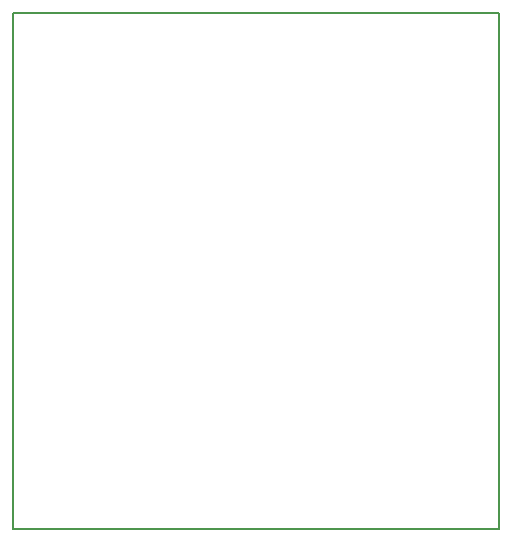
<source format=gbr>
G04 #@! TF.FileFunction,Profile,NP*
%FSLAX46Y46*%
G04 Gerber Fmt 4.6, Leading zero omitted, Abs format (unit mm)*
G04 Created by KiCad (PCBNEW 4.0.2-stable) date Friday, July 22, 2016 'PMt' 01:52:08 PM*
%MOMM*%
G01*
G04 APERTURE LIST*
%ADD10C,0.100000*%
%ADD11C,0.150000*%
G04 APERTURE END LIST*
D10*
D11*
X259588000Y-123952000D02*
X259588000Y-80264000D01*
X218440000Y-80264000D02*
X218440000Y-123952000D01*
X218440000Y-123952000D02*
X259588000Y-123952000D01*
X218440000Y-80264000D02*
X259588000Y-80264000D01*
M02*

</source>
